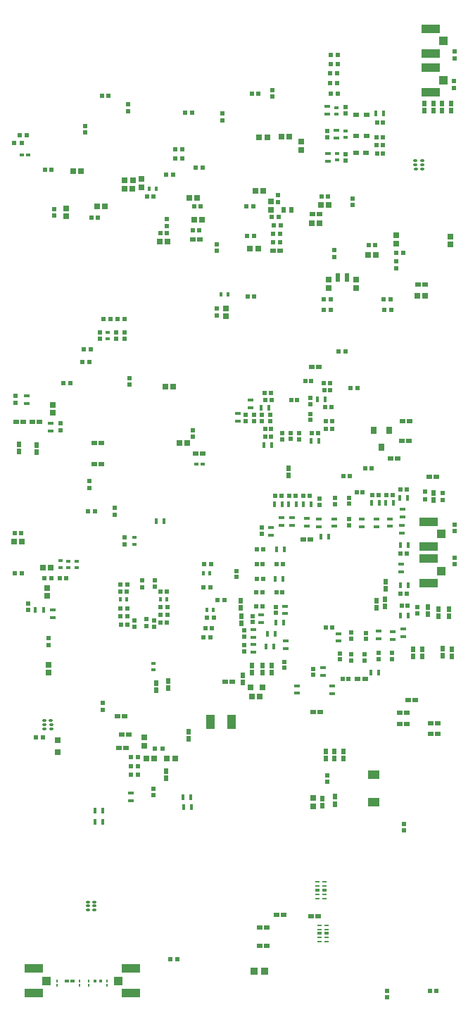
<source format=gbp>
G04*
G04 #@! TF.GenerationSoftware,Altium Limited,Altium Designer,24.9.1 (31)*
G04*
G04 Layer_Color=128*
%FSLAX44Y44*%
%MOMM*%
G71*
G04*
G04 #@! TF.SameCoordinates,418AA1D6-F79E-4CCF-963D-19B387831215*
G04*
G04*
G04 #@! TF.FilePolarity,Positive*
G04*
G01*
G75*
%ADD28R,0.5500X0.6000*%
%ADD29R,0.6750X0.4500*%
%ADD30R,0.5000X0.4000*%
%ADD34R,0.5500X0.5500*%
%ADD38R,0.7154X0.6725*%
%ADD39R,0.5200X0.5200*%
%ADD41R,0.5200X0.5600*%
%ADD44R,0.6725X0.7154*%
%ADD46R,0.5500X0.5500*%
%ADD48R,0.6500X0.6000*%
%ADD49R,0.5541X0.4627*%
%ADD50R,0.2627X0.3541*%
%ADD52R,0.5200X0.5200*%
%ADD54R,0.4725X0.5153*%
%ADD55R,0.7600X0.7200*%
%ADD60R,0.6000X0.6500*%
%ADD62R,0.6500X0.7000*%
%ADD66R,0.8000X0.9000*%
%ADD69R,0.4000X0.5000*%
%ADD71R,0.6000X0.5500*%
%ADD73R,0.5500X0.5000*%
%ADD74R,0.7000X0.6500*%
%ADD84R,0.5153X0.4725*%
%ADD90R,0.5811X0.5121*%
%ADD93R,0.5121X0.5811*%
%ADD94R,0.6750X0.6000*%
%ADD95R,0.5000X0.5500*%
%ADD103R,1.0500X1.0000*%
%ADD104R,2.2000X1.0500*%
%ADD109R,1.1046X1.7062*%
%ADD122R,0.6153X0.5725*%
%ADD126R,0.4500X0.6750*%
%ADD133R,1.0500X1.0000*%
%ADD134R,2.2000X1.0500*%
%ADD135R,0.4100X0.6600*%
%ADD145R,0.6500X0.6500*%
%ADD245R,0.7000X0.7000*%
%ADD246R,0.5000X0.4500*%
%ADD247R,0.7200X0.7600*%
%ADD248R,0.7811X0.7121*%
%ADD249R,0.7200X0.7200*%
%ADD250R,0.3500X0.4000*%
%ADD251R,0.7500X0.7000*%
%ADD252R,0.8500X0.9000*%
G04:AMPARAMS|DCode=253|XSize=0.3mm|YSize=0.52mm|CornerRadius=0.0495mm|HoleSize=0mm|Usage=FLASHONLY|Rotation=270.000|XOffset=0mm|YOffset=0mm|HoleType=Round|Shape=RoundedRectangle|*
%AMROUNDEDRECTD253*
21,1,0.3000,0.4210,0,0,270.0*
21,1,0.2010,0.5200,0,0,270.0*
1,1,0.0990,-0.2105,-0.1005*
1,1,0.0990,-0.2105,0.1005*
1,1,0.0990,0.2105,0.1005*
1,1,0.0990,0.2105,-0.1005*
%
%ADD253ROUNDEDRECTD253*%
G04:AMPARAMS|DCode=254|XSize=0.3mm|YSize=0.49mm|CornerRadius=0.0495mm|HoleSize=0mm|Usage=FLASHONLY|Rotation=270.000|XOffset=0mm|YOffset=0mm|HoleType=Round|Shape=RoundedRectangle|*
%AMROUNDEDRECTD254*
21,1,0.3000,0.3910,0,0,270.0*
21,1,0.2010,0.4900,0,0,270.0*
1,1,0.0990,-0.1955,-0.1005*
1,1,0.0990,-0.1955,0.1005*
1,1,0.0990,0.1955,0.1005*
1,1,0.0990,0.1955,-0.1005*
%
%ADD254ROUNDEDRECTD254*%
G04:AMPARAMS|DCode=255|XSize=0.2mm|YSize=0.565mm|CornerRadius=0.05mm|HoleSize=0mm|Usage=FLASHONLY|Rotation=270.000|XOffset=0mm|YOffset=0mm|HoleType=Round|Shape=RoundedRectangle|*
%AMROUNDEDRECTD255*
21,1,0.2000,0.4650,0,0,270.0*
21,1,0.1000,0.5650,0,0,270.0*
1,1,0.1000,-0.2325,-0.0500*
1,1,0.1000,-0.2325,0.0500*
1,1,0.1000,0.2325,0.0500*
1,1,0.1000,0.2325,-0.0500*
%
%ADD255ROUNDEDRECTD255*%
%ADD257R,0.7000X0.7000*%
%ADD258R,1.3500X1.1000*%
%ADD259R,0.7393X0.6725*%
%ADD260R,0.5274X0.6725*%
%ADD261R,0.5000X1.0000*%
%ADD262R,0.6500X0.6500*%
G04:AMPARAMS|DCode=274|XSize=0.565mm|YSize=0.36mm|CornerRadius=0.0504mm|HoleSize=0mm|Usage=FLASHONLY|Rotation=180.000|XOffset=0mm|YOffset=0mm|HoleType=Round|Shape=RoundedRectangle|*
%AMROUNDEDRECTD274*
21,1,0.5650,0.2592,0,0,180.0*
21,1,0.4642,0.3600,0,0,180.0*
1,1,0.1008,-0.2321,0.1296*
1,1,0.1008,0.2321,0.1296*
1,1,0.1008,0.2321,-0.1296*
1,1,0.1008,-0.2321,-0.1296*
%
%ADD274ROUNDEDRECTD274*%
D28*
X546000Y883750D02*
D03*
Y892250D02*
D03*
X124000Y135750D02*
D03*
Y144250D02*
D03*
X547000Y918750D02*
D03*
Y927250D02*
D03*
X138250Y379000D02*
D03*
Y370500D02*
D03*
X201250Y717750D02*
D03*
Y726250D02*
D03*
X477000Y666750D02*
D03*
Y675250D02*
D03*
X59000Y213750D02*
D03*
Y222250D02*
D03*
D29*
X395000Y795375D02*
D03*
Y804625D02*
D03*
X405000Y832625D02*
D03*
Y823375D02*
D03*
X394000Y861625D02*
D03*
Y852375D02*
D03*
X286000Y492375D02*
D03*
Y483125D02*
D03*
X302000Y508625D02*
D03*
Y499375D02*
D03*
X32000Y513589D02*
D03*
Y504339D02*
D03*
X314000Y250153D02*
D03*
Y240902D02*
D03*
X484830Y376875D02*
D03*
Y367625D02*
D03*
X483454Y348659D02*
D03*
Y357910D02*
D03*
X483000Y302000D02*
D03*
Y311250D02*
D03*
X485000Y233507D02*
D03*
Y224257D02*
D03*
X344101Y209375D02*
D03*
Y218625D02*
D03*
X304625Y205425D02*
D03*
Y214675D02*
D03*
Y232110D02*
D03*
Y222860D02*
D03*
X469000Y365625D02*
D03*
Y356375D02*
D03*
X453000Y365125D02*
D03*
Y355875D02*
D03*
X339000Y366625D02*
D03*
Y357375D02*
D03*
X369000Y365875D02*
D03*
Y356625D02*
D03*
X352000Y366625D02*
D03*
Y357375D02*
D03*
X388730Y176943D02*
D03*
Y186193D02*
D03*
X326238Y346125D02*
D03*
Y355375D02*
D03*
X407653Y218378D02*
D03*
Y227628D02*
D03*
X472353Y220382D02*
D03*
Y229632D02*
D03*
X383942Y365125D02*
D03*
Y355875D02*
D03*
X435754Y365443D02*
D03*
Y356194D02*
D03*
X456131Y221037D02*
D03*
Y230287D02*
D03*
X402000Y365625D02*
D03*
Y356375D02*
D03*
X343000Y260625D02*
D03*
Y251375D02*
D03*
X400000Y155375D02*
D03*
Y164625D02*
D03*
X357830Y155750D02*
D03*
Y165000D02*
D03*
X61193Y480250D02*
D03*
Y471000D02*
D03*
X157966Y26912D02*
D03*
Y36161D02*
D03*
X64080Y246393D02*
D03*
Y255643D02*
D03*
D30*
X406000Y796907D02*
D03*
Y804907D02*
D03*
X416000Y832000D02*
D03*
Y824000D02*
D03*
X405000Y860000D02*
D03*
Y852000D02*
D03*
X129964Y581770D02*
D03*
Y589770D02*
D03*
X185080Y184018D02*
D03*
X92760Y314655D02*
D03*
X82680D02*
D03*
X73080Y315018D02*
D03*
X162080Y343018D02*
D03*
X82680Y306655D02*
D03*
X92760D02*
D03*
X185080Y192018D02*
D03*
X73080Y307018D02*
D03*
X162080Y335018D02*
D03*
D34*
X17500Y817000D02*
D03*
X26500D02*
D03*
D38*
X216214Y456700D02*
D03*
X225786D02*
D03*
X307715Y760000D02*
D03*
X317286D02*
D03*
X237652Y751202D02*
D03*
X228081D02*
D03*
X300964Y690597D02*
D03*
X310536D02*
D03*
X395785Y742770D02*
D03*
X386214D02*
D03*
X384786Y720770D02*
D03*
X375215D02*
D03*
X502215Y634000D02*
D03*
X511786D02*
D03*
X452286Y683000D02*
D03*
X442715D02*
D03*
X26786Y338000D02*
D03*
X17215D02*
D03*
X51876Y307222D02*
D03*
X61447D02*
D03*
D39*
X240000Y712000D02*
D03*
X232000D02*
D03*
X123000Y874000D02*
D03*
X131000D02*
D03*
X223000Y854000D02*
D03*
X231000D02*
D03*
X311000Y877000D02*
D03*
X303000D02*
D03*
X192874Y277757D02*
D03*
X200874D02*
D03*
X193393Y259429D02*
D03*
X201393D02*
D03*
X153759Y238398D02*
D03*
X145759D02*
D03*
X153067Y248140D02*
D03*
X145067D02*
D03*
X62000Y785000D02*
D03*
X54000D02*
D03*
X132964Y605589D02*
D03*
X124964D02*
D03*
X141964Y605589D02*
D03*
X149964D02*
D03*
X107469Y553770D02*
D03*
X99469D02*
D03*
X109262Y569495D02*
D03*
X101262D02*
D03*
X305750Y705596D02*
D03*
X297750D02*
D03*
X298000Y633000D02*
D03*
X306000D02*
D03*
X304750Y741096D02*
D03*
X296750D02*
D03*
X241500D02*
D03*
X233500D02*
D03*
X451500Y694270D02*
D03*
X443500D02*
D03*
X118000Y727250D02*
D03*
X110000D02*
D03*
X26000Y348000D02*
D03*
X18000D02*
D03*
X145190Y286672D02*
D03*
X153190D02*
D03*
X145000Y277623D02*
D03*
X153000D02*
D03*
X246080Y311018D02*
D03*
X254080D02*
D03*
X201330Y250415D02*
D03*
X193330D02*
D03*
X201181Y241164D02*
D03*
X193181D02*
D03*
X245080Y283018D02*
D03*
X253080D02*
D03*
X145314Y257487D02*
D03*
X153314D02*
D03*
X245080Y223018D02*
D03*
X253080D02*
D03*
X255080Y234018D02*
D03*
X53876Y294426D02*
D03*
X80080D02*
D03*
X72080D02*
D03*
X247080Y234018D02*
D03*
X61876Y294426D02*
D03*
D41*
X149964Y589670D02*
D03*
Y581870D02*
D03*
D44*
X170000Y773810D02*
D03*
Y764238D02*
D03*
X326000Y746786D02*
D03*
Y737214D02*
D03*
X64000Y493214D02*
D03*
Y502785D02*
D03*
X377000Y29786D02*
D03*
Y20215D02*
D03*
X272000Y609215D02*
D03*
Y618786D02*
D03*
X542000Y704786D02*
D03*
Y695214D02*
D03*
D46*
X512000Y388970D02*
D03*
Y397970D02*
D03*
X532735Y387970D02*
D03*
Y396970D02*
D03*
D48*
X142893Y90412D02*
D03*
X151393D02*
D03*
X147052Y106412D02*
D03*
X155552D02*
D03*
X27836Y482375D02*
D03*
X19336D02*
D03*
X321250Y-148000D02*
D03*
X312750D02*
D03*
X383949Y548000D02*
D03*
X375449D02*
D03*
X484750Y482750D02*
D03*
X493250D02*
D03*
X321250Y-126000D02*
D03*
X312750D02*
D03*
X341250Y-111000D02*
D03*
X332750D02*
D03*
X374750Y-112000D02*
D03*
X383250D02*
D03*
X364750Y341000D02*
D03*
X373250D02*
D03*
X483550Y459000D02*
D03*
X492050D02*
D03*
X525250Y416000D02*
D03*
X516750D02*
D03*
X478250Y438000D02*
D03*
X469750D02*
D03*
X439250Y173000D02*
D03*
X430750D02*
D03*
X47264Y482000D02*
D03*
X38764D02*
D03*
X385250Y133000D02*
D03*
X376750D02*
D03*
X113750Y457000D02*
D03*
X122250D02*
D03*
X244250Y444000D02*
D03*
X235750D02*
D03*
X113750Y431000D02*
D03*
X122250D02*
D03*
X271437Y169750D02*
D03*
X279938D02*
D03*
X241000Y701078D02*
D03*
X232500D02*
D03*
X328750Y688000D02*
D03*
X337250D02*
D03*
X384250Y731770D02*
D03*
X375750D02*
D03*
X502750Y647000D02*
D03*
X511250D02*
D03*
X141495Y128066D02*
D03*
X149994D02*
D03*
X489500Y132000D02*
D03*
Y119000D02*
D03*
X518501Y120000D02*
D03*
Y107300D02*
D03*
X481000Y132000D02*
D03*
Y119000D02*
D03*
X527000Y120000D02*
D03*
Y107300D02*
D03*
X491300Y147520D02*
D03*
X499800D02*
D03*
D49*
X87543Y-189750D02*
D03*
X80457D02*
D03*
D50*
X96000Y-190207D02*
D03*
Y-195293D02*
D03*
X129000Y-190207D02*
D03*
Y-195293D02*
D03*
X107000Y-190207D02*
D03*
Y-195293D02*
D03*
X69000Y-190207D02*
D03*
Y-195293D02*
D03*
D52*
X102750Y838000D02*
D03*
Y830000D02*
D03*
X154000Y855546D02*
D03*
Y863546D02*
D03*
X268000Y852608D02*
D03*
Y844608D02*
D03*
X162072Y243288D02*
D03*
Y235289D02*
D03*
X108000Y410609D02*
D03*
Y402609D02*
D03*
X73000Y480000D02*
D03*
Y472000D02*
D03*
X18714Y505000D02*
D03*
Y513000D02*
D03*
X155964Y526770D02*
D03*
Y534770D02*
D03*
X328000Y873000D02*
D03*
Y881000D02*
D03*
X261400Y610000D02*
D03*
Y618000D02*
D03*
X261192Y695596D02*
D03*
Y687596D02*
D03*
X402000Y688500D02*
D03*
Y680500D02*
D03*
X424000Y742770D02*
D03*
Y750770D02*
D03*
X34080Y256018D02*
D03*
Y264018D02*
D03*
X335000Y746362D02*
D03*
Y754362D02*
D03*
X65000Y738000D02*
D03*
Y730000D02*
D03*
X184768Y41037D02*
D03*
Y33037D02*
D03*
X185657Y235455D02*
D03*
Y243455D02*
D03*
X186719Y291699D02*
D03*
Y283699D02*
D03*
X170980Y291238D02*
D03*
Y283238D02*
D03*
X176613Y236889D02*
D03*
Y244889D02*
D03*
X150080Y335018D02*
D03*
Y343018D02*
D03*
D54*
X120219Y589556D02*
D03*
Y581985D02*
D03*
X139719D02*
D03*
Y589556D02*
D03*
D55*
X348277Y824754D02*
D03*
X338477D02*
D03*
X312100Y824000D02*
D03*
X321900D02*
D03*
X150260Y772362D02*
D03*
X160060D02*
D03*
D60*
X227247Y109661D02*
D03*
Y101161D02*
D03*
X203000Y161750D02*
D03*
Y170250D02*
D03*
X188169Y159750D02*
D03*
Y168250D02*
D03*
X521750Y856208D02*
D03*
Y864707D02*
D03*
X511000Y856208D02*
D03*
Y864707D02*
D03*
X290492Y248500D02*
D03*
Y240000D02*
D03*
X290000Y267250D02*
D03*
Y258750D02*
D03*
X303000Y180750D02*
D03*
Y189250D02*
D03*
X522000Y396720D02*
D03*
Y388220D02*
D03*
X347000Y417750D02*
D03*
Y426250D02*
D03*
X463000Y268373D02*
D03*
Y259873D02*
D03*
X327000Y180961D02*
D03*
Y189461D02*
D03*
X316000Y180961D02*
D03*
Y189461D02*
D03*
X497000Y200500D02*
D03*
Y209000D02*
D03*
X515000Y259250D02*
D03*
Y250750D02*
D03*
X544000Y209000D02*
D03*
Y200500D02*
D03*
X533000Y209250D02*
D03*
Y200750D02*
D03*
X508000Y209000D02*
D03*
Y200500D02*
D03*
X540050Y257250D02*
D03*
Y248750D02*
D03*
X527350Y257250D02*
D03*
Y248750D02*
D03*
X23000Y454831D02*
D03*
Y446331D02*
D03*
X44344Y454250D02*
D03*
Y445750D02*
D03*
X388000Y20750D02*
D03*
Y29250D02*
D03*
X403075Y31250D02*
D03*
Y22750D02*
D03*
X413000Y86250D02*
D03*
Y77750D02*
D03*
X402000Y86250D02*
D03*
Y77750D02*
D03*
X392000Y86222D02*
D03*
Y77721D02*
D03*
X292033Y177284D02*
D03*
Y168783D02*
D03*
X453000Y267373D02*
D03*
Y258873D02*
D03*
X532000Y856208D02*
D03*
Y864707D02*
D03*
X543196Y856457D02*
D03*
Y864957D02*
D03*
X200143Y53684D02*
D03*
Y62185D02*
D03*
X464000Y281750D02*
D03*
Y290250D02*
D03*
D62*
X79500Y738750D02*
D03*
Y729250D02*
D03*
X59000Y189750D02*
D03*
Y180250D02*
D03*
X57125Y272874D02*
D03*
Y282374D02*
D03*
D66*
X459000Y452000D02*
D03*
X468500Y472000D02*
D03*
X449500D02*
D03*
D69*
X188000Y762000D02*
D03*
X180000D02*
D03*
X274179Y635113D02*
D03*
X266180D02*
D03*
X244680Y300018D02*
D03*
X252680D02*
D03*
X249080Y256018D02*
D03*
X257080D02*
D03*
X145013Y268478D02*
D03*
X153013D02*
D03*
X200951Y268572D02*
D03*
X192951D02*
D03*
D71*
X219250Y810000D02*
D03*
X210750D02*
D03*
X430250Y523000D02*
D03*
X421750D02*
D03*
X416250Y567000D02*
D03*
X407750D02*
D03*
X398000Y923343D02*
D03*
X406500D02*
D03*
X398000Y912343D02*
D03*
X406500D02*
D03*
X397250Y889000D02*
D03*
X405750D02*
D03*
X398000Y877000D02*
D03*
X406500D02*
D03*
X397250Y901000D02*
D03*
X405750D02*
D03*
X52250Y103000D02*
D03*
X43750D02*
D03*
X23750Y827000D02*
D03*
X32250D02*
D03*
X210750Y799000D02*
D03*
X219250D02*
D03*
X235750Y788000D02*
D03*
X244250D02*
D03*
X26250Y300000D02*
D03*
X17750D02*
D03*
X157893Y58161D02*
D03*
X166393D02*
D03*
X213250Y-164170D02*
D03*
X204750D02*
D03*
X398250Y616650D02*
D03*
X389750D02*
D03*
X470300Y629350D02*
D03*
X461800D02*
D03*
X195393Y89411D02*
D03*
X186893D02*
D03*
X76714Y528770D02*
D03*
X85214D02*
D03*
X326885Y728167D02*
D03*
X335385D02*
D03*
X338134Y718211D02*
D03*
X329634D02*
D03*
X270330Y268018D02*
D03*
X261829D02*
D03*
X328384Y707826D02*
D03*
X336884D02*
D03*
X337250Y698000D02*
D03*
X328750D02*
D03*
X485250Y685000D02*
D03*
X476750D02*
D03*
X398200Y629000D02*
D03*
X389700D02*
D03*
X462750Y616650D02*
D03*
X471250D02*
D03*
X257896Y246331D02*
D03*
X249396D02*
D03*
X157893Y68161D02*
D03*
X166393D02*
D03*
Y78662D02*
D03*
X157893D02*
D03*
D73*
X193250Y709000D02*
D03*
X200750D02*
D03*
X524750Y-202250D02*
D03*
X517250D02*
D03*
X392250Y235000D02*
D03*
X399750D02*
D03*
X413250Y417000D02*
D03*
X420750D02*
D03*
X440000Y426000D02*
D03*
X447500D02*
D03*
D74*
X185893Y77411D02*
D03*
X176393D02*
D03*
X208797Y524770D02*
D03*
X199297D02*
D03*
X243311Y725036D02*
D03*
X233811D02*
D03*
X117250Y741000D02*
D03*
X126750D02*
D03*
X98000Y783765D02*
D03*
X88500D02*
D03*
D84*
X184701Y752681D02*
D03*
X177130D02*
D03*
X394686Y752688D02*
D03*
X387114D02*
D03*
D90*
X460750Y814618D02*
D03*
X453439D02*
D03*
X460750Y824547D02*
D03*
X453439D02*
D03*
X461000Y842000D02*
D03*
X453689D02*
D03*
X461014Y804727D02*
D03*
X453703D02*
D03*
X319039Y473876D02*
D03*
X326349D02*
D03*
X319039Y464000D02*
D03*
X326349D02*
D03*
X357655Y508000D02*
D03*
X350345D02*
D03*
X397655Y520000D02*
D03*
X390345D02*
D03*
X392345Y483000D02*
D03*
X399655D02*
D03*
X319345Y508000D02*
D03*
X326655D02*
D03*
X392345Y474000D02*
D03*
X399655D02*
D03*
X375650Y468146D02*
D03*
X382960D02*
D03*
X489188Y401051D02*
D03*
X481878D02*
D03*
X482345Y323382D02*
D03*
X489655D02*
D03*
X482345Y275274D02*
D03*
X489655D02*
D03*
X490656Y261040D02*
D03*
X483344D02*
D03*
X455655Y394000D02*
D03*
X448345D02*
D03*
X465344D02*
D03*
X472656D02*
D03*
X372655Y393000D02*
D03*
X365345D02*
D03*
X348344D02*
D03*
X355656D02*
D03*
X338655D02*
D03*
X331345D02*
D03*
X332847Y276994D02*
D03*
X340158D02*
D03*
X429344Y397000D02*
D03*
X436655D02*
D03*
X309345Y329000D02*
D03*
X316655D02*
D03*
X309345Y293000D02*
D03*
X316655D02*
D03*
X308363Y277000D02*
D03*
X315673D02*
D03*
X333345Y311000D02*
D03*
X340655D02*
D03*
X308852D02*
D03*
X316162D02*
D03*
X308344Y260000D02*
D03*
X315656D02*
D03*
X412345Y173000D02*
D03*
X419655D02*
D03*
X325905Y517000D02*
D03*
X318594D02*
D03*
X374655Y531000D02*
D03*
X367345D02*
D03*
X389595Y529000D02*
D03*
X396905D02*
D03*
X391345Y500000D02*
D03*
X398655D02*
D03*
D93*
X416000Y796502D02*
D03*
Y803812D02*
D03*
X394000Y831655D02*
D03*
Y824345D02*
D03*
X415926Y860186D02*
D03*
Y852875D02*
D03*
X360198Y461212D02*
D03*
Y468523D02*
D03*
X339902Y460964D02*
D03*
Y468275D02*
D03*
X296000Y483345D02*
D03*
Y490655D02*
D03*
X305903Y490655D02*
D03*
Y483344D02*
D03*
X315497Y490655D02*
D03*
Y483345D02*
D03*
X325000D02*
D03*
Y490655D02*
D03*
X232000Y464344D02*
D03*
Y471655D02*
D03*
X350000Y468655D02*
D03*
Y461344D02*
D03*
X374000Y510655D02*
D03*
Y503345D02*
D03*
X304508Y248655D02*
D03*
Y241345D02*
D03*
X294000Y206345D02*
D03*
Y213655D02*
D03*
X294063Y231140D02*
D03*
Y223829D02*
D03*
X377232Y177845D02*
D03*
Y185156D02*
D03*
X315238Y347845D02*
D03*
Y355155D02*
D03*
X342000Y186345D02*
D03*
Y193655D02*
D03*
X456000Y197094D02*
D03*
Y204405D02*
D03*
X385000Y389655D02*
D03*
Y382345D02*
D03*
X472000Y197094D02*
D03*
Y204405D02*
D03*
X409000Y196595D02*
D03*
Y203905D02*
D03*
X403000Y390745D02*
D03*
Y383433D02*
D03*
X420225Y364905D02*
D03*
Y357595D02*
D03*
X420000Y391038D02*
D03*
Y383728D02*
D03*
X423000Y221345D02*
D03*
Y228655D02*
D03*
X423125Y195143D02*
D03*
Y202453D02*
D03*
X440624Y221121D02*
D03*
Y228432D02*
D03*
X439000Y195413D02*
D03*
Y202723D02*
D03*
X332376Y259655D02*
D03*
Y252345D02*
D03*
X502000Y259311D02*
D03*
Y252000D02*
D03*
X394000Y49681D02*
D03*
Y56991D02*
D03*
X374000Y491655D02*
D03*
Y484345D02*
D03*
D94*
X441000Y851000D02*
D03*
X429000D02*
D03*
X441000Y826000D02*
D03*
X429000D02*
D03*
X440625Y805657D02*
D03*
X428625D02*
D03*
D95*
X486000Y-1250D02*
D03*
Y-8750D02*
D03*
X466000Y-209750D02*
D03*
Y-202250D02*
D03*
X285000Y295500D02*
D03*
Y303000D02*
D03*
X547000Y318750D02*
D03*
Y311250D02*
D03*
Y358500D02*
D03*
Y351000D02*
D03*
D103*
X531250Y347250D02*
D03*
X142750Y-189750D02*
D03*
X56250Y-189750D02*
D03*
X531250Y303000D02*
D03*
D104*
X516000Y362000D02*
D03*
Y332500D02*
D03*
X158000Y-175000D02*
D03*
Y-204500D02*
D03*
X41000Y-204500D02*
D03*
Y-175000D02*
D03*
X516000Y317750D02*
D03*
Y288250D02*
D03*
D109*
X252992Y121000D02*
D03*
X279008D02*
D03*
D122*
X199714Y779458D02*
D03*
X208286D02*
D03*
X114285Y374525D02*
D03*
X105715D02*
D03*
D126*
X462000Y853000D02*
D03*
X452750D02*
D03*
X318020Y454107D02*
D03*
X327271D02*
D03*
X383930Y459000D02*
D03*
X374680D02*
D03*
X382375Y509000D02*
D03*
X391625D02*
D03*
X329625Y212000D02*
D03*
X320375D02*
D03*
X395390Y344308D02*
D03*
X386140D02*
D03*
X323625Y499000D02*
D03*
X314375D02*
D03*
X197625Y363000D02*
D03*
X188375D02*
D03*
X455875Y180636D02*
D03*
X446625D02*
D03*
X331972Y240655D02*
D03*
X341222D02*
D03*
X490239Y391051D02*
D03*
X480989D02*
D03*
X482125Y334000D02*
D03*
X491375D02*
D03*
X482375Y285423D02*
D03*
X491625D02*
D03*
Y249000D02*
D03*
X482375D02*
D03*
X322125Y227000D02*
D03*
X331375D02*
D03*
X456625Y384426D02*
D03*
X447375D02*
D03*
X464375D02*
D03*
X473625D02*
D03*
X374090Y383375D02*
D03*
X364840D02*
D03*
X347375D02*
D03*
X356625D02*
D03*
X339822Y383250D02*
D03*
X330573D02*
D03*
X333125Y329000D02*
D03*
X342375D02*
D03*
X331625Y292867D02*
D03*
X340875D02*
D03*
X123768Y1411D02*
D03*
X114518D02*
D03*
X123768Y14412D02*
D03*
X114518D02*
D03*
X230790Y19287D02*
D03*
X221540D02*
D03*
X229837Y30787D02*
D03*
X220587D02*
D03*
D133*
X533250Y893000D02*
D03*
Y940000D02*
D03*
D134*
X518000Y878250D02*
D03*
Y907750D02*
D03*
Y954750D02*
D03*
Y925250D02*
D03*
D135*
X42868Y255975D02*
D03*
X52968D02*
D03*
D145*
X174143Y92412D02*
D03*
Y102412D02*
D03*
D245*
X70000Y99000D02*
D03*
Y85000D02*
D03*
D246*
X26645Y803000D02*
D03*
X34145D02*
D03*
X243750Y431000D02*
D03*
X236250D02*
D03*
D247*
X363000Y809100D02*
D03*
Y818900D02*
D03*
D248*
X150345Y762000D02*
D03*
X159655D02*
D03*
D249*
X477000Y695900D02*
D03*
Y706100D02*
D03*
X396000Y642900D02*
D03*
Y653100D02*
D03*
X429000D02*
D03*
Y642900D02*
D03*
D250*
X121250Y-190207D02*
D03*
X114750D02*
D03*
D251*
X192250Y699000D02*
D03*
X201750D02*
D03*
D252*
X305500Y-178000D02*
D03*
X318500D02*
D03*
D253*
X113700Y-95000D02*
D03*
X500300Y786000D02*
D03*
X61523Y122873D02*
D03*
D254*
X113850Y-105000D02*
D03*
Y-100000D02*
D03*
X106150D02*
D03*
Y-95000D02*
D03*
Y-105000D02*
D03*
X507850Y796000D02*
D03*
Y786000D02*
D03*
Y791000D02*
D03*
X500150D02*
D03*
Y796000D02*
D03*
X53974Y117873D02*
D03*
Y112873D02*
D03*
X61673Y117873D02*
D03*
X53974Y122873D02*
D03*
X61673Y112873D02*
D03*
D255*
X381825Y-91000D02*
D03*
Y-86000D02*
D03*
Y-76000D02*
D03*
Y-71000D02*
D03*
X390175D02*
D03*
Y-76000D02*
D03*
Y-86000D02*
D03*
Y-91000D02*
D03*
X384825Y-143000D02*
D03*
Y-138000D02*
D03*
Y-128000D02*
D03*
Y-123000D02*
D03*
X393175D02*
D03*
Y-128000D02*
D03*
Y-138000D02*
D03*
Y-143000D02*
D03*
D257*
X302000Y163000D02*
D03*
X316000D02*
D03*
D258*
X450000Y57500D02*
D03*
Y24500D02*
D03*
D259*
X312666Y151523D02*
D03*
X303334D02*
D03*
D260*
X350725Y737000D02*
D03*
X341275D02*
D03*
D261*
X406500Y656000D02*
D03*
X417500D02*
D03*
D262*
X211143Y77411D02*
D03*
X201143D02*
D03*
D274*
X381825Y-81000D02*
D03*
X390175D02*
D03*
X384825Y-133000D02*
D03*
X393175D02*
D03*
M02*

</source>
